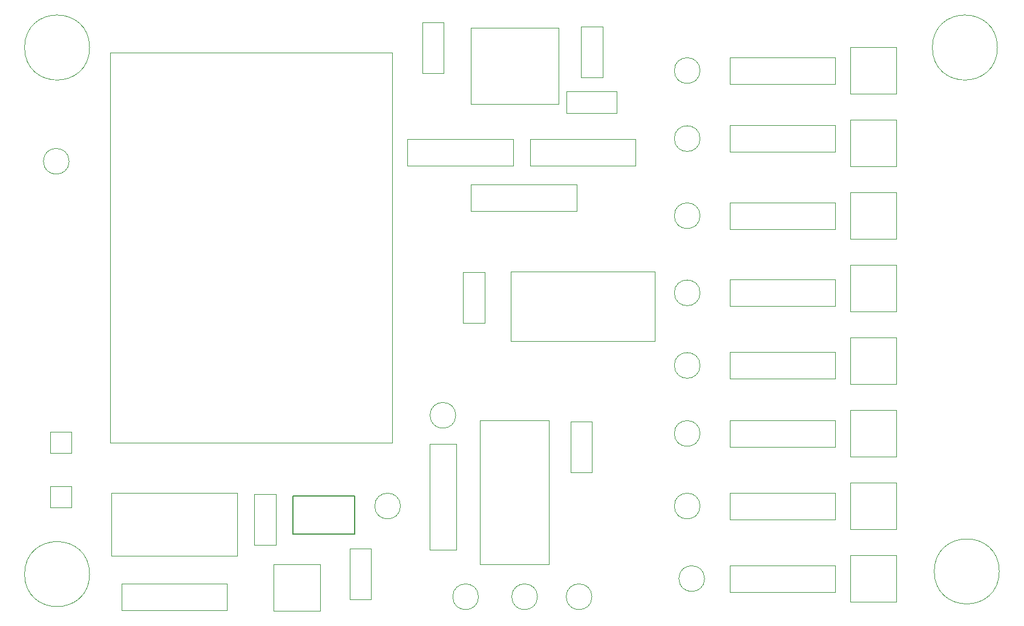
<source format=gbr>
%TF.GenerationSoftware,KiCad,Pcbnew,7.0.6*%
%TF.CreationDate,2024-11-05T16:19:32-08:00*%
%TF.ProjectId,LED-Driver,4c45442d-4472-4697-9665-722e6b696361,rev?*%
%TF.SameCoordinates,Original*%
%TF.FileFunction,Other,User*%
%FSLAX46Y46*%
G04 Gerber Fmt 4.6, Leading zero omitted, Abs format (unit mm)*
G04 Created by KiCad (PCBNEW 7.0.6) date 2024-11-05 16:19:32*
%MOMM*%
%LPD*%
G01*
G04 APERTURE LIST*
%ADD10C,0.050000*%
%ADD11C,0.100000*%
%ADD12C,0.152400*%
G04 APERTURE END LIST*
D10*
%TO.C,C3*%
X133120000Y-59430000D02*
X136120000Y-59430000D01*
X136120000Y-59430000D02*
X136120000Y-52330000D01*
X133120000Y-52330000D02*
X133120000Y-59430000D01*
X136120000Y-52330000D02*
X133120000Y-52330000D01*
%TO.C,C2*%
X109625000Y-125470000D02*
X112625000Y-125470000D01*
X112625000Y-125470000D02*
X112625000Y-118370000D01*
X109625000Y-118370000D02*
X109625000Y-125470000D01*
X112625000Y-118370000D02*
X109625000Y-118370000D01*
%TO.C,U3*%
X141200800Y-108015000D02*
X141200800Y-128205000D01*
X150810800Y-108015000D02*
X141200800Y-108015000D01*
X150810800Y-108015000D02*
X150810800Y-128205000D01*
X150810800Y-128205000D02*
X141200800Y-128205000D01*
%TO.C,C4*%
X155345000Y-60025000D02*
X158345000Y-60025000D01*
X158345000Y-60025000D02*
X158345000Y-52925000D01*
X155345000Y-52925000D02*
X155345000Y-60025000D01*
X158345000Y-52925000D02*
X155345000Y-52925000D01*
%TO.C,H3*%
X86580800Y-129540000D02*
G75*
G03*
X86580800Y-129540000I-4550000J0D01*
G01*
%TO.C,TP17*%
X83715000Y-71755000D02*
G75*
G03*
X83715000Y-71755000I-1800000J0D01*
G01*
%TO.C,TP5*%
X137805800Y-107315000D02*
G75*
G03*
X137805800Y-107315000I-1800000J0D01*
G01*
D11*
%TO.C,J1*%
X128950000Y-56520000D02*
X89450000Y-56520000D01*
X128950000Y-111130000D02*
X128950000Y-56520000D01*
X89479600Y-111130000D02*
X89450000Y-56520000D01*
X89469600Y-111130000D02*
X128950000Y-111130000D01*
D10*
%TO.C,H1*%
X86580800Y-55830000D02*
G75*
G03*
X86580800Y-55830000I-4550000J0D01*
G01*
%TO.C,TP9*%
X171980000Y-59055000D02*
G75*
G03*
X171980000Y-59055000I-1800000J0D01*
G01*
%TO.C,R12*%
X176115000Y-108005000D02*
X176115000Y-111705000D01*
X176115000Y-111705000D02*
X190915000Y-111705000D01*
X190915000Y-108005000D02*
X176115000Y-108005000D01*
X190915000Y-111705000D02*
X190915000Y-108005000D01*
%TO.C,TP16*%
X172615000Y-130175000D02*
G75*
G03*
X172615000Y-130175000I-1800000J0D01*
G01*
%TO.C,R2*%
X131030000Y-68635000D02*
X131030000Y-72335000D01*
X131030000Y-72335000D02*
X145830000Y-72335000D01*
X145830000Y-68635000D02*
X131030000Y-68635000D01*
X145830000Y-72335000D02*
X145830000Y-68635000D01*
%TO.C,C1*%
X125960000Y-125990000D02*
X122960000Y-125990000D01*
X122960000Y-125990000D02*
X122960000Y-133090000D01*
X125960000Y-133090000D02*
X125960000Y-125990000D01*
X122960000Y-133090000D02*
X125960000Y-133090000D01*
%TO.C,R10*%
X176115000Y-88320000D02*
X176115000Y-92020000D01*
X176115000Y-92020000D02*
X190915000Y-92020000D01*
X190915000Y-88320000D02*
X176115000Y-88320000D01*
X190915000Y-92020000D02*
X190915000Y-88320000D01*
%TO.C,TP12*%
X171980000Y-90170000D02*
G75*
G03*
X171980000Y-90170000I-1800000J0D01*
G01*
%TO.C,TP14*%
X171980000Y-109855000D02*
G75*
G03*
X171980000Y-109855000I-1800000J0D01*
G01*
%TO.C,S1*%
X89622000Y-126957000D02*
X89622000Y-118153000D01*
X107228000Y-126957000D02*
X89622000Y-126957000D01*
X89622000Y-118153000D02*
X107228000Y-118153000D01*
X107228000Y-118153000D02*
X107228000Y-126957000D01*
D12*
%TO.C,U1*%
X115062000Y-118618000D02*
X115062000Y-123952000D01*
X115062000Y-123952000D02*
X123698000Y-123952000D01*
X123698000Y-118618000D02*
X115062000Y-118618000D01*
X123698000Y-123952000D02*
X123698000Y-118618000D01*
D10*
%TO.C,D1*%
X112345000Y-128195000D02*
X112345000Y-134695000D01*
X112345000Y-134695000D02*
X118795000Y-134695000D01*
X118795000Y-128195000D02*
X112345000Y-128195000D01*
X118795000Y-134695000D02*
X118795000Y-128195000D01*
%TO.C,R1*%
X105825000Y-134565000D02*
X105825000Y-130865000D01*
X105825000Y-130865000D02*
X91025000Y-130865000D01*
X91025000Y-134565000D02*
X105825000Y-134565000D01*
X91025000Y-130865000D02*
X91025000Y-134565000D01*
%TO.C,TP3*%
X84050000Y-112625000D02*
X84050000Y-109625000D01*
X84050000Y-112625000D02*
X81050000Y-112625000D01*
X81050000Y-109625000D02*
X84050000Y-109625000D01*
X81050000Y-109625000D02*
X81050000Y-112625000D01*
%TO.C,H4*%
X213840400Y-129164600D02*
G75*
G03*
X213840400Y-129164600I-4550000J0D01*
G01*
%TO.C,TP15*%
X171980000Y-120015000D02*
G75*
G03*
X171980000Y-120015000I-1800000J0D01*
G01*
%TO.C,H2*%
X213580800Y-55830000D02*
G75*
G03*
X213580800Y-55830000I-4550000J0D01*
G01*
%TO.C,D2*%
X192990000Y-55805000D02*
X192990000Y-62305000D01*
X192990000Y-62305000D02*
X199440000Y-62305000D01*
X199440000Y-55805000D02*
X192990000Y-55805000D01*
X199440000Y-62305000D02*
X199440000Y-55805000D01*
%TO.C,D4*%
X192995000Y-76125000D02*
X192995000Y-82625000D01*
X192995000Y-82625000D02*
X199445000Y-82625000D01*
X199445000Y-76125000D02*
X192995000Y-76125000D01*
X199445000Y-82625000D02*
X199445000Y-76125000D01*
%TO.C,U4*%
X165675000Y-87225000D02*
X165675000Y-96925000D01*
X145475000Y-87225000D02*
X165675000Y-87225000D01*
X145475000Y-87225000D02*
X145475000Y-96925000D01*
X145475000Y-96925000D02*
X165675000Y-96925000D01*
%TO.C,D3*%
X192995000Y-65965000D02*
X192995000Y-72465000D01*
X192995000Y-72465000D02*
X199445000Y-72465000D01*
X199445000Y-65965000D02*
X192995000Y-65965000D01*
X199445000Y-72465000D02*
X199445000Y-65965000D01*
%TO.C,R9*%
X176115000Y-77525000D02*
X176115000Y-81225000D01*
X176115000Y-81225000D02*
X190915000Y-81225000D01*
X190915000Y-77525000D02*
X176115000Y-77525000D01*
X190915000Y-81225000D02*
X190915000Y-77525000D01*
%TO.C,TP13*%
X171980000Y-100330000D02*
G75*
G03*
X171980000Y-100330000I-1800000J0D01*
G01*
%TO.C,C6*%
X156870800Y-108210000D02*
X153870800Y-108210000D01*
X153870800Y-108210000D02*
X153870800Y-115310000D01*
X156870800Y-115310000D02*
X156870800Y-108210000D01*
X153870800Y-115310000D02*
X156870800Y-115310000D01*
%TO.C,D5*%
X192995000Y-86285000D02*
X192995000Y-92785000D01*
X192995000Y-92785000D02*
X199445000Y-92785000D01*
X199445000Y-86285000D02*
X192995000Y-86285000D01*
X199445000Y-92785000D02*
X199445000Y-86285000D01*
%TO.C,C5*%
X153255000Y-62000000D02*
X153255000Y-65000000D01*
X153255000Y-65000000D02*
X160355000Y-65000000D01*
X160355000Y-62000000D02*
X153255000Y-62000000D01*
X160355000Y-65000000D02*
X160355000Y-62000000D01*
%TO.C,R8*%
X176115000Y-66730000D02*
X176115000Y-70430000D01*
X176115000Y-70430000D02*
X190915000Y-70430000D01*
X190915000Y-66730000D02*
X176115000Y-66730000D01*
X190915000Y-70430000D02*
X190915000Y-66730000D01*
%TO.C,TP10*%
X171980000Y-68580000D02*
G75*
G03*
X171980000Y-68580000I-1800000J0D01*
G01*
%TO.C,D9*%
X192995000Y-126925000D02*
X192995000Y-133425000D01*
X192995000Y-133425000D02*
X199445000Y-133425000D01*
X199445000Y-126925000D02*
X192995000Y-126925000D01*
X199445000Y-133425000D02*
X199445000Y-126925000D01*
%TO.C,TP7*%
X149235800Y-132715000D02*
G75*
G03*
X149235800Y-132715000I-1800000J0D01*
G01*
%TO.C,R4*%
X148175000Y-68635000D02*
X148175000Y-72335000D01*
X148175000Y-72335000D02*
X162975000Y-72335000D01*
X162975000Y-68635000D02*
X148175000Y-68635000D01*
X162975000Y-72335000D02*
X162975000Y-68635000D01*
%TO.C,R6*%
X134155800Y-126145000D02*
X137855800Y-126145000D01*
X137855800Y-126145000D02*
X137855800Y-111345000D01*
X134155800Y-111345000D02*
X134155800Y-126145000D01*
X137855800Y-111345000D02*
X134155800Y-111345000D01*
%TO.C,TP8*%
X156855800Y-132715000D02*
G75*
G03*
X156855800Y-132715000I-1800000J0D01*
G01*
%TO.C,R14*%
X176115000Y-128325000D02*
X176115000Y-132025000D01*
X176115000Y-132025000D02*
X190915000Y-132025000D01*
X190915000Y-128325000D02*
X176115000Y-128325000D01*
X190915000Y-132025000D02*
X190915000Y-128325000D01*
%TO.C,D8*%
X192990000Y-116765000D02*
X192990000Y-123265000D01*
X192990000Y-123265000D02*
X199440000Y-123265000D01*
X199440000Y-116765000D02*
X192990000Y-116765000D01*
X199440000Y-123265000D02*
X199440000Y-116765000D01*
%TO.C,TP1*%
X81050000Y-117245000D02*
X81050000Y-120245000D01*
X81050000Y-117245000D02*
X84050000Y-117245000D01*
X84050000Y-120245000D02*
X81050000Y-120245000D01*
X84050000Y-120245000D02*
X84050000Y-117245000D01*
%TO.C,U2*%
X139900000Y-53070000D02*
X139900000Y-63770000D01*
X139900000Y-63770000D02*
X152200000Y-63770000D01*
X152200000Y-53070000D02*
X139900000Y-53070000D01*
X152200000Y-63770000D02*
X152200000Y-53070000D01*
%TO.C,C7*%
X138835000Y-94355000D02*
X141835000Y-94355000D01*
X141835000Y-94355000D02*
X141835000Y-87255000D01*
X138835000Y-87255000D02*
X138835000Y-94355000D01*
X141835000Y-87255000D02*
X138835000Y-87255000D01*
%TO.C,TP6*%
X140980800Y-132715000D02*
G75*
G03*
X140980800Y-132715000I-1800000J0D01*
G01*
%TO.C,TP11*%
X171980000Y-79375000D02*
G75*
G03*
X171980000Y-79375000I-1800000J0D01*
G01*
%TO.C,TP2*%
X130070000Y-120015000D02*
G75*
G03*
X130070000Y-120015000I-1800000J0D01*
G01*
%TO.C,R7*%
X176115000Y-57205000D02*
X176115000Y-60905000D01*
X176115000Y-60905000D02*
X190915000Y-60905000D01*
X190915000Y-57205000D02*
X176115000Y-57205000D01*
X190915000Y-60905000D02*
X190915000Y-57205000D01*
%TO.C,R13*%
X176115000Y-118165000D02*
X176115000Y-121865000D01*
X176115000Y-121865000D02*
X190915000Y-121865000D01*
X190915000Y-118165000D02*
X176115000Y-118165000D01*
X190915000Y-121865000D02*
X190915000Y-118165000D01*
%TO.C,R11*%
X176115000Y-98480000D02*
X176115000Y-102180000D01*
X176115000Y-102180000D02*
X190915000Y-102180000D01*
X190915000Y-98480000D02*
X176115000Y-98480000D01*
X190915000Y-102180000D02*
X190915000Y-98480000D01*
%TO.C,D7*%
X192995000Y-106605000D02*
X192995000Y-113105000D01*
X192995000Y-113105000D02*
X199445000Y-113105000D01*
X199445000Y-106605000D02*
X192995000Y-106605000D01*
X199445000Y-113105000D02*
X199445000Y-106605000D01*
%TO.C,R3*%
X139920000Y-74985000D02*
X139920000Y-78685000D01*
X139920000Y-78685000D02*
X154720000Y-78685000D01*
X154720000Y-74985000D02*
X139920000Y-74985000D01*
X154720000Y-78685000D02*
X154720000Y-74985000D01*
%TO.C,D6*%
X192990000Y-96445000D02*
X192990000Y-102945000D01*
X192990000Y-102945000D02*
X199440000Y-102945000D01*
X199440000Y-96445000D02*
X192990000Y-96445000D01*
X199440000Y-102945000D02*
X199440000Y-96445000D01*
%TD*%
M02*

</source>
